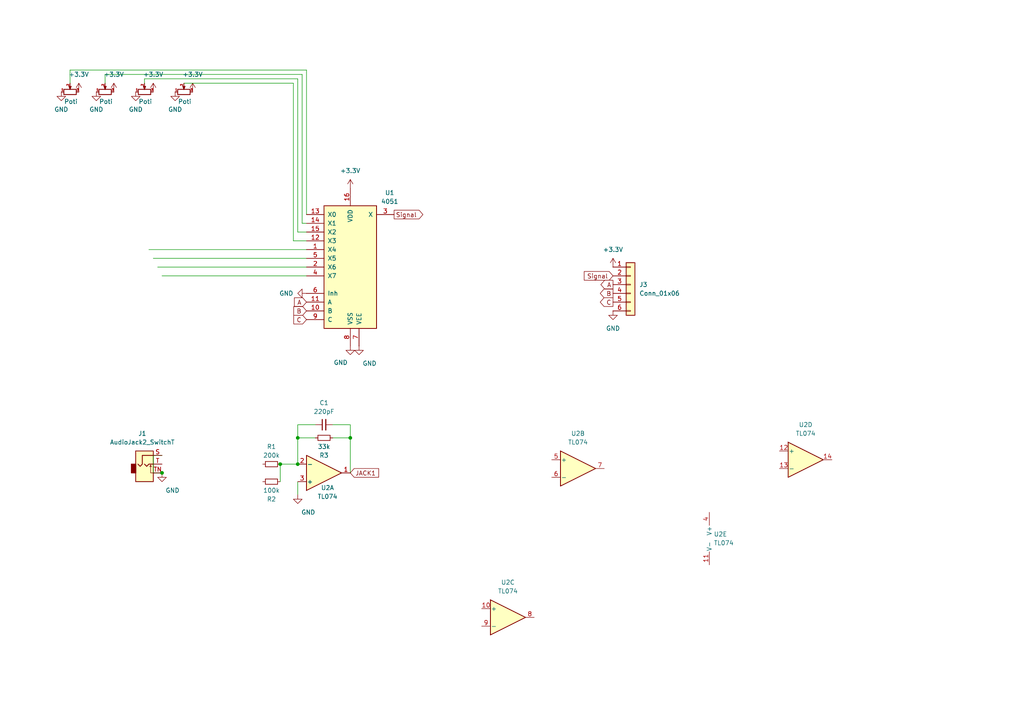
<source format=kicad_sch>
(kicad_sch (version 20231120) (generator "eeschema") (generator_version "8.0")
  (paper "A4")
  (lib_symbols
    (symbol "4xxx:4051" (pin_names (offset 1.016))
      (property "Reference" "U" (at -7.62 19.05 0))
      (property "Value" "4051" (at -7.62 -19.05 0))
      (symbol "4051_1_0"
        (pin passive line (at -12.7 5.08 0) (length 5.08) (name "X4") (number "1"))
        (pin input line (at -12.7 -12.7 0) (length 5.08) (name "B") (number "10"))
        (pin input line (at -12.7 -10.16 0) (length 5.08) (name "A") (number "11"))
        (pin passive line (at -12.7 7.62 0) (length 5.08) (name "X3") (number "12"))
        (pin passive line (at -12.7 15.24 0) (length 5.08) (name "X0") (number "13"))
        (pin passive line (at -12.7 12.7 0) (length 5.08) (name "X1") (number "14"))
        (pin passive line (at -12.7 10.16 0) (length 5.08) (name "X2") (number "15"))
        (pin power_in line (at 0 22.86 270) (length 5.08) (name "VDD") (number "16"))
        (pin passive line (at -12.7 0 0) (length 5.08) (name "X6") (number "2"))
        (pin passive line (at 12.7 15.24 180) (length 5.08) (name "X") (number "3"))
        (pin passive line (at -12.7 -2.54 0) (length 5.08) (name "X7") (number "4"))
        (pin passive line (at -12.7 2.54 0) (length 5.08) (name "X5") (number "5"))
        (pin input line (at -12.7 -7.62 0) (length 5.08) (name "Inh") (number "6"))
        (pin power_in line (at 2.54 -22.86 90) (length 5.08) (name "VEE") (number "7"))
        (pin power_in line (at 0 -22.86 90) (length 5.08) (name "VSS") (number "8"))
        (pin input line (at -12.7 -15.24 0) (length 5.08) (name "C") (number "9"))
      )
      (symbol "4051_1_1"
        (rectangle (start -7.62 17.78) (end 7.62 -17.78) (stroke (width 0.254)) (fill (type background)))
      )
    )
    (symbol "Amplifier_Operational:TL074" (pin_names (offset 0.127))
      (property "Reference" "U" (at 0 5.08 0))
      (property "Value" "TL074" (at 0 -5.08 0))
      (symbol "TL074_1_1"
        (polyline (pts (xy -5.08 5.08) (xy 5.08 0) (xy -5.08 -5.08) (xy -5.08 5.08)) (stroke (width 0.254)) (fill (type background)))
        (pin output line (at 7.62 0 180) (length 2.54) (name "~") (number "1"))
        (pin input line (at -7.62 -2.54 0) (length 2.54) (name "-") (number "2"))
        (pin input line (at -7.62 2.54 0) (length 2.54) (name "+") (number "3"))
      )
      (symbol "TL074_2_1"
        (polyline (pts (xy -5.08 5.08) (xy 5.08 0) (xy -5.08 -5.08) (xy -5.08 5.08)) (stroke (width 0.254)) (fill (type background)))
        (pin input line (at -7.62 2.54 0) (length 2.54) (name "+") (number "5"))
        (pin input line (at -7.62 -2.54 0) (length 2.54) (name "-") (number "6"))
        (pin output line (at 7.62 0 180) (length 2.54) (name "~") (number "7"))
      )
      (symbol "TL074_3_1"
        (polyline (pts (xy -5.08 5.08) (xy 5.08 0) (xy -5.08 -5.08) (xy -5.08 5.08)) (stroke (width 0.254)) (fill (type background)))
        (pin input line (at -7.62 2.54 0) (length 2.54) (name "+") (number "10"))
        (pin output line (at 7.62 0 180) (length 2.54) (name "~") (number "8"))
        (pin input line (at -7.62 -2.54 0) (length 2.54) (name "-") (number "9"))
      )
      (symbol "TL074_4_1"
        (polyline (pts (xy -5.08 5.08) (xy 5.08 0) (xy -5.08 -5.08) (xy -5.08 5.08)) (stroke (width 0.254)) (fill (type background)))
        (pin input line (at -7.62 2.54 0) (length 2.54) (name "+") (number "12"))
        (pin input line (at -7.62 -2.54 0) (length 2.54) (name "-") (number "13"))
        (pin output line (at 7.62 0 180) (length 2.54) (name "~") (number "14"))
      )
      (symbol "TL074_5_1"
        (pin power_in line (at -2.54 -7.62 90) (length 3.81) (name "V-") (number "11"))
        (pin power_in line (at -2.54 7.62 270) (length 3.81) (name "V+") (number "4"))
      )
    )
    (symbol "Connector_Audio:AudioJack2_SwitchT"
      (property "Reference" "J" (at 0 8.89 0))
      (property "Value" "AudioJack2_SwitchT" (at 0 6.35 0))
      (symbol "AudioJack2_SwitchT_0_1"
        (rectangle (start -2.54 0) (end -3.81 -2.54) (stroke (width 0.254)) (fill (type outline)))
        (polyline (pts (xy 1.778 -0.254) (xy 2.032 -0.762)))
        (polyline (pts (xy 0 0) (xy 0.635 -0.635) (xy 1.27 0) (xy 2.54 0)) (stroke (width 0.254)))
        (polyline (pts (xy 2.54 -2.54) (xy 1.778 -2.54) (xy 1.778 -0.254) (xy 1.524 -0.762)))
        (polyline (pts (xy 2.54 2.54) (xy -0.635 2.54) (xy -0.635 0) (xy -1.27 -0.635) (xy -1.905 0)) (stroke (width 0.254)))
        (rectangle (start 2.54 3.81) (end -2.54 -5.08) (stroke (width 0.254)) (fill (type background)))
      )
      (symbol "AudioJack2_SwitchT_1_1"
        (pin passive line (at 5.08 2.54 180) (length 2.54) (name "~") (number "S"))
        (pin passive line (at 5.08 0 180) (length 2.54) (name "~") (number "T"))
        (pin passive line (at 5.08 -2.54 180) (length 2.54) (name "~") (number "TN"))
      )
    )
    (symbol "Device:C_Small" (pin_numbers hide) (pin_names (offset 0.254) hide)
      (property "Reference" "C" (at 0.254 1.778 0))
      (property "Value" "C_Small" (at 0.254 -2.032 0))
      (symbol "C_Small_0_1"
        (polyline (pts (xy -1.524 -0.508) (xy 1.524 -0.508)) (stroke (width 0.3302)))
        (polyline (pts (xy -1.524 0.508) (xy 1.524 0.508)) (stroke (width 0.3048)))
      )
      (symbol "C_Small_1_1"
        (pin passive line (at 0 2.54 270) (length 2.032) (name "~") (number "1"))
        (pin passive line (at 0 -2.54 90) (length 2.032) (name "~") (number "2"))
      )
    )
    (symbol "Device:R_Potentiometer_Small" (pin_names (offset 1.016) hide)
      (property "Reference" "RV" (at -4.445 0 90))
      (property "Value" "R_Potentiometer_Small" (at -2.54 0 90))
      (symbol "R_Potentiometer_Small_0_1"
        (polyline (pts (xy 0.889 0) (xy 0.635 0) (xy 1.651 0.381) (xy 1.651 -0.381) (xy 0.635 0) (xy 0.889 0)) (fill (type outline)))
        (rectangle (start 0.762 1.8034) (end -0.762 -1.8034) (stroke (width 0.254)))
      )
      (symbol "R_Potentiometer_Small_1_1"
        (pin passive line (at 0 2.54 270) (length 0.635) (name "1") (number "1"))
        (pin passive line (at 2.54 0 180) (length 0.9906) (name "2") (number "2"))
        (pin passive line (at 0 -2.54 90) (length 0.635) (name "3") (number "3"))
      )
    )
    (symbol "Device:R_Small" (pin_numbers hide) (pin_names (offset 0.254) hide)
      (property "Reference" "R" (at 0.762 0.508 0))
      (property "Value" "R_Small" (at 0.762 -1.016 0))
      (symbol "R_Small_0_1"
        (rectangle (start -0.762 1.778) (end 0.762 -1.778) (stroke (width 0.2032)))
      )
      (symbol "R_Small_1_1"
        (pin passive line (at 0 2.54 270) (length 0.762) (name "~") (number "1"))
        (pin passive line (at 0 -2.54 90) (length 0.762) (name "~") (number "2"))
      )
    )
    (symbol "PCM_4ms_Connector:Conn_01x06" (pin_names (offset 1.016) hide)
      (property "Reference" "J" (at 0 7.62 0))
      (property "Value" "Conn_01x06" (at 0 -10.16 0))
      (symbol "Conn_01x06_1_1"
        (rectangle (start -1.27 -7.493) (end 0 -7.747) (stroke (width 0.1524)))
        (rectangle (start -1.27 -4.953) (end 0 -5.207) (stroke (width 0.1524)))
        (rectangle (start -1.27 -2.413) (end 0 -2.667) (stroke (width 0.1524)))
        (rectangle (start -1.27 0.127) (end 0 -0.127) (stroke (width 0.1524)))
        (rectangle (start -1.27 2.667) (end 0 2.413) (stroke (width 0.1524)))
        (rectangle (start -1.27 5.207) (end 0 4.953) (stroke (width 0.1524)))
        (rectangle (start -1.27 6.35) (end 1.27 -8.89) (stroke (width 0.254)) (fill (type background)))
        (pin passive line (at -5.08 5.08 0) (length 3.81) (name "Pin_1") (number "1"))
        (pin passive line (at -5.08 2.54 0) (length 3.81) (name "Pin_2") (number "2"))
        (pin passive line (at -5.08 0 0) (length 3.81) (name "Pin_3") (number "3"))
        (pin passive line (at -5.08 -2.54 0) (length 3.81) (name "Pin_4") (number "4"))
        (pin passive line (at -5.08 -5.08 0) (length 3.81) (name "Pin_5") (number "5"))
        (pin passive line (at -5.08 -7.62 0) (length 3.81) (name "Pin_6") (number "6"))
      )
    )
    (symbol "power:+3.3V" (power) (pin_numbers hide) (pin_names (offset 0) hide)
      (property "Value" "+3.3V" (at 0 3.556 0))
      (symbol "+3.3V_0_1"
        (polyline (pts (xy -0.762 1.27) (xy 0 2.54)))
        (polyline (pts (xy 0 0) (xy 0 2.54)))
        (polyline (pts (xy 0 2.54) (xy 0.762 1.27)))
      )
      (symbol "+3.3V_1_1"
        (pin power_in line (at 0 0 90) (length 0) (name "~") (number "1"))
      )
    )
    (symbol "power:GND" (power) (pin_numbers hide) (pin_names (offset 0) hide)
      (property "Value" "GND" (at 0 -3.81 0))
      (symbol "GND_0_1"
        (polyline (pts (xy 0 0) (xy 0 -1.27) (xy 1.27 -1.27) (xy 0 -2.54) (xy -1.27 -1.27) (xy 0 -1.27)))
      )
      (symbol "GND_1_1"
        (pin power_in line (at 0 0 270) (length 0) (name "~") (number "1"))
      )
    )
  )
  (junction (at 101.6 127))
  (junction (at 86.36 134.62))
  (junction (at 86.36 127))
  (junction (at 46.99 137.16))
  (junction (at 81.28 134.62))
  (wire (pts (xy 91.44 123.19) (xy 86.36 123.19)))
  (wire (pts (xy 86.36 67.31) (xy 88.9 67.31)))
  (wire (pts (xy 86.36 22.86) (xy 86.36 67.31)))
  (wire (pts (xy 86.36 127) (xy 86.36 134.62)))
  (wire (pts (xy 43.18 72.39) (xy 88.9 72.39)))
  (wire (pts (xy 30.48 24.13) (xy 30.48 21.59)))
  (wire (pts (xy 41.91 22.86) (xy 86.36 22.86)))
  (wire (pts (xy 81.28 134.62) (xy 81.28 139.7)))
  (wire (pts (xy 85.09 69.85) (xy 88.9 69.85)))
  (wire (pts (xy 46.99 80.01) (xy 88.9 80.01)))
  (wire (pts (xy 86.36 143.51) (xy 86.36 139.7)))
  (wire (pts (xy 30.48 21.59) (xy 87.63 21.59)))
  (wire (pts (xy 20.32 24.13) (xy 20.32 20.32)))
  (wire (pts (xy 96.52 123.19) (xy 101.6 123.19)))
  (wire (pts (xy 53.34 24.13) (xy 85.09 24.13)))
  (wire (pts (xy 101.6 127) (xy 101.6 137.16)))
  (wire (pts (xy 44.45 74.93) (xy 88.9 74.93)))
  (wire (pts (xy 88.9 20.32) (xy 88.9 62.23)))
  (wire (pts (xy 86.36 123.19) (xy 86.36 127)))
  (wire (pts (xy 101.6 123.19) (xy 101.6 127)))
  (wire (pts (xy 20.32 20.32) (xy 88.9 20.32)))
  (wire (pts (xy 87.63 64.77) (xy 88.9 64.77)))
  (wire (pts (xy 46.99 132.08) (xy 44.45 132.08)))
  (wire (pts (xy 44.45 137.16) (xy 46.99 137.16)))
  (wire (pts (xy 85.09 24.13) (xy 85.09 69.85)))
  (wire (pts (xy 91.44 127) (xy 86.36 127)))
  (wire (pts (xy 87.63 21.59) (xy 87.63 64.77)))
  (wire (pts (xy 81.28 134.62) (xy 86.36 134.62)))
  (wire (pts (xy 41.91 24.13) (xy 41.91 22.86)))
  (wire (pts (xy 96.52 127) (xy 101.6 127)))
  (wire (pts (xy 44.45 132.08) (xy 44.45 137.16)))
  (wire (pts (xy 45.72 77.47) (xy 88.9 77.47)))
  (global_label "A" (shape input) (at 88.9 87.63 180) (property "Intersheetrefs" "${INTERSHEET_REFS}" (effects (hide yes))))
  (global_label "C" (shape input) (at 88.9 92.71 180) (property "Intersheetrefs" "${INTERSHEET_REFS}" (effects (hide yes))))
  (global_label "JACK1" (shape input) (at 101.6 137.16 0) (property "Intersheetrefs" "${INTERSHEET_REFS}" (effects (hide yes))))
  (global_label "B" (shape input) (at 88.9 90.17 180) (property "Intersheetrefs" "${INTERSHEET_REFS}" (effects (hide yes))))
  (global_label "Signal" (shape output) (at 114.3 62.23 0) (property "Intersheetrefs" "${INTERSHEET_REFS}" (effects (hide yes))))
  (global_label "A" (shape output) (at 177.8 82.55 180) (property "Intersheetrefs" "${INTERSHEET_REFS}" (effects (hide yes))))
  (global_label "C" (shape output) (at 177.8 87.63 180) (property "Intersheetrefs" "${INTERSHEET_REFS}" (effects (hide yes))))
  (global_label "Signal" (shape input) (at 177.8 80.01 180) (property "Intersheetrefs" "${INTERSHEET_REFS}" (effects (hide yes))))
  (global_label "B" (shape output) (at 177.8 85.09 180) (property "Intersheetrefs" "${INTERSHEET_REFS}" (effects (hide yes))))
  (symbol (lib_id "Device:R_Potentiometer_Small") (at 20.32 26.67 90) (unit 1)
    (property "Reference" "RV1" (effects (hide yes)))
    (property "Value" "Poti" (at 20.574 29.464 90))
    (property "Description" "Potentiometer" (effects (hide yes)))
  )
  (symbol (lib_id "Device:R_Small") (at 93.98 127 270) (unit 1)
    (property "Reference" "R3" (at 93.98 132.08 90))
    (property "Value" "33k" (at 93.98 129.54 90))
    (property "Description" "Resistor, small symbol" (effects (hide yes)))
  )
  (symbol (lib_id "power:GND") (at 27.94 26.67 0) (unit 1)
    (property "Reference" "#PWR09" (effects (hide yes)))
    (property "Value" "GND" (at 27.94 31.75 0))
    (property "Description" "Power symbol creates a global label with name \"GND\" , ground" (effects (hide yes)))
  )
  (symbol (lib_id "power:+3.3V") (at 101.6 54.61 0) (unit 1)
    (property "Reference" "#PWR01" (effects (hide yes)))
    (property "Value" "+3.3V" (at 101.6 49.53 0))
    (property "Description" "Power symbol creates a global label with name \"+3.3V\"" (effects (hide yes)))
  )
  (symbol (lib_id "Device:R_Potentiometer_Small") (at 41.91 26.67 90) (unit 1)
    (property "Reference" "RV3" (effects (hide yes)))
    (property "Value" "Poti" (at 42.164 29.464 90))
    (property "Description" "Potentiometer" (effects (hide yes)))
  )
  (symbol (lib_id "Device:R_Potentiometer_Small") (at 30.48 26.67 90) (unit 1)
    (property "Reference" "RV2" (effects (hide yes)))
    (property "Value" "Poti" (at 30.734 29.464 90))
    (property "Description" "Potentiometer" (effects (hide yes)))
  )
  (symbol (lib_id "power:GND") (at 17.78 26.67 0) (unit 1)
    (property "Reference" "#PWR05" (effects (hide yes)))
    (property "Value" "GND" (at 17.78 31.75 0))
    (property "Description" "Power symbol creates a global label with name \"GND\" , ground" (effects (hide yes)))
  )
  (symbol (lib_id "power:GND") (at 177.8 90.17 0) (unit 1)
    (property "Reference" "#PWR08" (effects (hide yes)))
    (property "Value" "GND" (at 177.8 95.25 0))
    (property "Description" "Power symbol creates a global label with name \"GND\" , ground" (effects (hide yes)))
  )
  (symbol (lib_id "Device:R_Potentiometer_Small") (at 53.34 26.67 90) (unit 1)
    (property "Reference" "RV4" (effects (hide yes)))
    (property "Value" "Poti" (at 53.594 29.464 90))
    (property "Description" "Potentiometer" (effects (hide yes)))
  )
  (symbol (lib_id "power:+3.3V") (at 33.02 26.67 0) (unit 1)
    (property "Reference" "#PWR010" (effects (hide yes)))
    (property "Value" "+3.3V" (at 33.02 21.59 0))
    (property "Description" "Power symbol creates a global label with name \"+3.3V\"" (effects (hide yes)))
  )
  (symbol (lib_id "power:+3.3V") (at 22.86 26.67 0) (unit 1)
    (property "Reference" "#PWR04" (effects (hide yes)))
    (property "Value" "+3.3V" (at 22.86 21.59 0))
    (property "Description" "Power symbol creates a global label with name \"+3.3V\"" (effects (hide yes)))
  )
  (symbol (lib_id "power:GND") (at 88.9 85.09 270) (unit 1)
    (property "Reference" "#PWR07" (effects (hide yes)))
    (property "Value" "GND" (at 85.09 85.0899 90) (effects (justify right)))
    (property "Description" "Power symbol creates a global label with name \"GND\" , ground" (effects (hide yes)))
  )
  (symbol (lib_id "power:GND") (at 101.6 100.33 0) (unit 1)
    (property "Reference" "#PWR06" (effects (hide yes)))
    (property "Value" "GND" (at 98.806 105.156 0))
    (property "Description" "Power symbol creates a global label with name \"GND\" , ground" (effects (hide yes)))
  )
  (symbol (lib_id "Amplifier_Operational:TL074") (at 147.32 179.07 0) (unit 3)
    (property "Reference" "U2" (at 147.32 168.91 0))
    (property "Value" "TL074" (at 147.32 171.45 0))
    (property "Datasheet" "http://www.ti.com/lit/ds/symlink/tl071.pdf" (effects (hide yes)))
    (property "Description" "Quad Low-Noise JFET-Input Operational Amplifiers, DIP-14/SOIC-14" (effects (hide yes)))
  )
  (symbol (lib_id "power:GND") (at 46.99 137.16 0) (unit 1)
    (property "Reference" "#PWR015" (effects (hide yes)))
    (property "Value" "GND" (at 50.038 142.24 0))
    (property "Description" "Power symbol creates a global label with name \"GND\" , ground" (effects (hide yes)))
  )
  (symbol (lib_id "Amplifier_Operational:TL074") (at 233.68 133.35 0) (unit 4)
    (property "Reference" "U2" (at 233.68 123.19 0))
    (property "Value" "TL074" (at 233.68 125.73 0))
    (property "Datasheet" "http://www.ti.com/lit/ds/symlink/tl071.pdf" (effects (hide yes)))
    (property "Description" "Quad Low-Noise JFET-Input Operational Amplifiers, DIP-14/SOIC-14" (effects (hide yes)))
  )
  (symbol (lib_id "Amplifier_Operational:TL074") (at 208.28 156.21 0) (unit 5)
    (property "Reference" "U2" (at 207.01 154.9399 0) (effects (justify left)))
    (property "Value" "TL074" (at 207.01 157.4799 0) (effects (justify left)))
    (property "Datasheet" "http://www.ti.com/lit/ds/symlink/tl071.pdf" (effects (hide yes)))
    (property "Description" "Quad Low-Noise JFET-Input Operational Amplifiers, DIP-14/SOIC-14" (effects (hide yes)))
  )
  (symbol (lib_id "Connector_Audio:AudioJack2_SwitchT") (at 41.91 134.62 0) (unit 1)
    (property "Reference" "J1" (at 41.275 125.73 0))
    (property "Value" "AudioJack2_SwitchT" (at 41.275 128.27 0))
    (property "Description" "Audio Jack, 2 Poles (Mono / TS), Switched T Pole (Normalling)" (effects (hide yes)))
  )
  (symbol (lib_id "PCM_4ms_Connector:Conn_01x06") (at 182.88 82.55 0) (unit 1)
    (property "Reference" "J3" (at 185.42 82.5499 0) (effects (justify left)))
    (property "Value" "Conn_01x06" (at 185.42 85.0899 0) (effects (justify left)))
    (property "Footprint" "4ms_Connector:Pins_1x06_2.54mm_TH_SWD" (effects (hide yes)))
    (property "Description" "HEADER 1x6 MALE PINS 0.100” 180deg" (effects (hide yes)))
    (property "Specifications" "HEADER 1x6 MALE PINS 0.100” 180deg" (effects (hide yes)))
    (property "Manufacturer" "TAD" (effects (hide yes)))
    (property "Part Number" "1-0601FBV0T" (effects (hide yes)))
  )
  (symbol (lib_id "power:+3.3V") (at 177.8 77.47 0) (unit 1)
    (property "Reference" "#PWR02" (effects (hide yes)))
    (property "Value" "+3.3V" (at 177.8 72.39 0))
    (property "Description" "Power symbol creates a global label with name \"+3.3V\"" (effects (hide yes)))
  )
  (symbol (lib_id "Amplifier_Operational:TL074") (at 167.64 135.89 0) (unit 2)
    (property "Reference" "U2" (at 167.64 125.73 0))
    (property "Value" "TL074" (at 167.64 128.27 0))
    (property "Datasheet" "http://www.ti.com/lit/ds/symlink/tl071.pdf" (effects (hide yes)))
    (property "Description" "Quad Low-Noise JFET-Input Operational Amplifiers, DIP-14/SOIC-14" (effects (hide yes)))
  )
  (symbol (lib_id "Device:R_Small") (at 78.74 134.62 90) (unit 1)
    (property "Reference" "R1" (at 78.74 129.54 90))
    (property "Value" "200k" (at 78.74 132.08 90))
    (property "Description" "Resistor, small symbol" (effects (hide yes)))
  )
  (symbol (lib_id "Device:C_Small") (at 93.98 123.19 90) (unit 1)
    (property "Reference" "C1" (at 93.9863 116.84 90))
    (property "Value" "220pF" (at 93.9863 119.38 90))
    (property "Description" "Unpolarized capacitor, small symbol" (effects (hide yes)))
  )
  (symbol (lib_id "power:+3.3V") (at 44.45 26.67 0) (unit 1)
    (property "Reference" "#PWR012" (effects (hide yes)))
    (property "Value" "+3.3V" (at 44.45 21.59 0))
    (property "Description" "Power symbol creates a global label with name \"+3.3V\"" (effects (hide yes)))
  )
  (symbol (lib_id "4xxx:4051") (at 101.6 77.47 0) (unit 1)
    (property "Reference" "U1" (at 113.03 55.9114 0))
    (property "Value" "4051" (at 113.03 58.4514 0))
    (property "Datasheet" "http://www.intersil.com/content/dam/Intersil/documents/cd40/cd4051bms-52bms-53bms.pdf" (effects (hide yes)))
    (property "Description" "Analog Multiplexer 8 to 1 lins" (effects (hide yes)))
  )
  (symbol (lib_id "power:GND") (at 39.37 26.67 0) (unit 1)
    (property "Reference" "#PWR011" (effects (hide yes)))
    (property "Value" "GND" (at 39.37 31.75 0))
    (property "Description" "Power symbol creates a global label with name \"GND\" , ground" (effects (hide yes)))
  )
  (symbol (lib_id "Device:R_Small") (at 78.74 139.7 90) (mirror x) (unit 1)
    (property "Reference" "R2" (at 78.74 144.78 90))
    (property "Value" "100k" (at 78.74 142.24 90))
    (property "Description" "Resistor, small symbol" (effects (hide yes)))
  )
  (symbol (lib_id "power:+3.3V") (at 55.88 26.67 0) (unit 1)
    (property "Reference" "#PWR014" (effects (hide yes)))
    (property "Value" "+3.3V" (at 55.88 21.59 0))
    (property "Description" "Power symbol creates a global label with name \"+3.3V\"" (effects (hide yes)))
  )
  (symbol (lib_id "Amplifier_Operational:TL074") (at 93.98 137.16 0) (mirror x) (unit 1)
    (property "Reference" "U2" (at 94.996 141.478 0))
    (property "Value" "TL074" (at 94.996 144.018 0))
    (property "Datasheet" "http://www.ti.com/lit/ds/symlink/tl071.pdf" (effects (hide yes)))
    (property "Description" "Quad Low-Noise JFET-Input Operational Amplifiers, DIP-14/SOIC-14" (effects (hide yes)))
  )
  (symbol (lib_id "power:GND") (at 104.14 100.33 0) (unit 1)
    (property "Reference" "#PWR03" (effects (hide yes)))
    (property "Value" "GND" (at 107.188 105.41 0))
    (property "Description" "Power symbol creates a global label with name \"GND\" , ground" (effects (hide yes)))
  )
  (symbol (lib_id "power:GND") (at 50.8 26.67 0) (unit 1)
    (property "Reference" "#PWR013" (effects (hide yes)))
    (property "Value" "GND" (at 50.8 31.75 0))
    (property "Description" "Power symbol creates a global label with name \"GND\" , ground" (effects (hide yes)))
  )
  (symbol (lib_id "power:GND") (at 86.36 143.51 0) (unit 1)
    (property "Reference" "#PWR016" (effects (hide yes)))
    (property "Value" "GND" (at 89.408 148.59 0))
    (property "Description" "Power symbol creates a global label with name \"GND\" , ground" (effects (hide yes)))
  )
)
</source>
